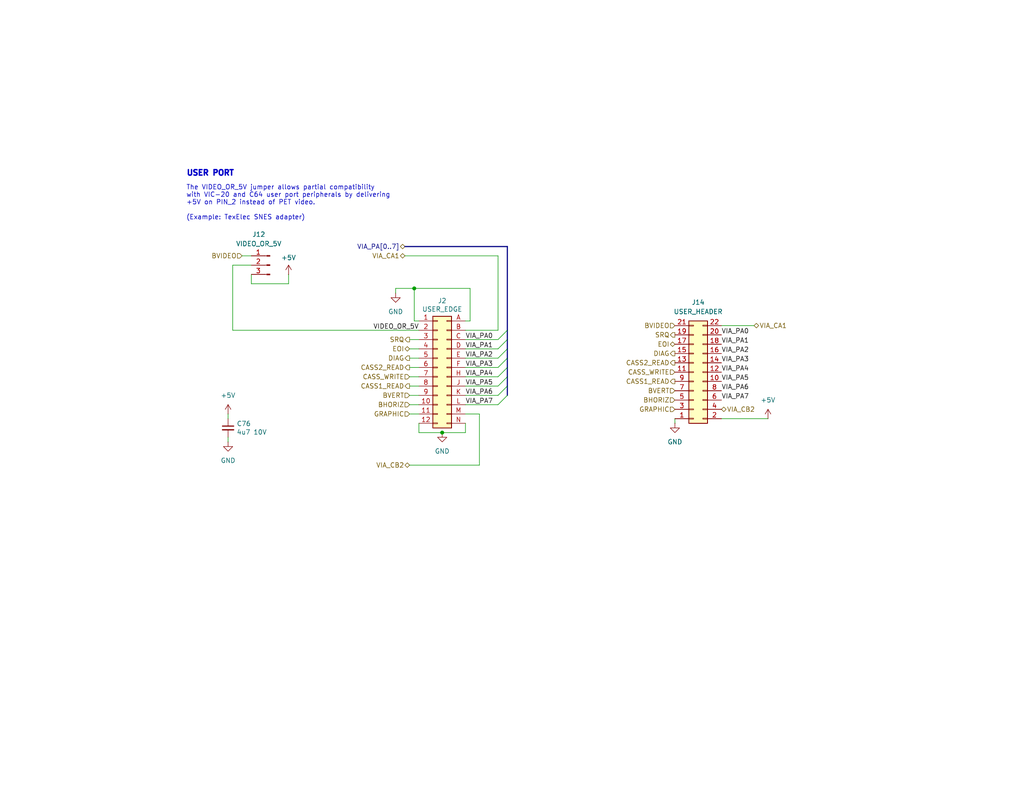
<source format=kicad_sch>
(kicad_sch (version 20231120) (generator "eeschema") (generator_version "8.0")
  (paper "A")
  (title_block (title "EconoPET 40/8096") (date "2023-10-01") (rev "A") (company "https://is.gd/6hpvh6") (comment 1 "Unspecified resistors are 1% / 62.5mW") (comment 2 "Unspecified capacitors are 25V") (comment 3 "Signals with B-prefix are level-shifted from 3V3 to 5V") (comment 4 "License: CC0 1.0 Universal (Public Domain Dedication)"))
  (lib_symbols
    (symbol "Connector:Conn_01x03_Pin" (pin_names (offset 1.016) hide)
      (property "Reference" "J" (at 0 5.08 0))
      (property "Value" "Conn_01x03_Pin" (at 0 -5.08 0))
      (symbol "Conn_01x03_Pin_1_1"
        (polyline (pts (xy 1.27 -2.54) (xy 0.8636 -2.54)) (stroke (width 0.1524)))
        (polyline (pts (xy 1.27 0) (xy 0.8636 0)) (stroke (width 0.1524)))
        (polyline (pts (xy 1.27 2.54) (xy 0.8636 2.54)) (stroke (width 0.1524)))
        (rectangle (start 0.8636 -2.413) (end 0 -2.667) (stroke (width 0.1524)) (fill (type outline)))
        (rectangle (start 0.8636 0.127) (end 0 -0.127) (stroke (width 0.1524)) (fill (type outline)))
        (rectangle (start 0.8636 2.667) (end 0 2.413) (stroke (width 0.1524)) (fill (type outline)))
        (pin passive line (at 5.08 2.54 180) (length 3.81) (name "Pin_1") (number "1"))
        (pin passive line (at 5.08 0 180) (length 3.81) (name "Pin_2") (number "2"))
        (pin passive line (at 5.08 -2.54 180) (length 3.81) (name "Pin_3") (number "3"))
      )
    )
    (symbol "Connector_Generic:Conn_02x11_Odd_Even" (pin_names (offset 1.016) hide)
      (property "Reference" "J" (at 1.27 15.24 0))
      (property "Value" "Conn_02x11_Odd_Even" (at 1.27 -15.24 0))
      (symbol "Conn_02x11_Odd_Even_1_1"
        (rectangle (start -1.27 -12.573) (end 0 -12.827) (stroke (width 0.1524)))
        (rectangle (start -1.27 -10.033) (end 0 -10.287) (stroke (width 0.1524)))
        (rectangle (start -1.27 -7.493) (end 0 -7.747) (stroke (width 0.1524)))
        (rectangle (start -1.27 -4.953) (end 0 -5.207) (stroke (width 0.1524)))
        (rectangle (start -1.27 -2.413) (end 0 -2.667) (stroke (width 0.1524)))
        (rectangle (start -1.27 0.127) (end 0 -0.127) (stroke (width 0.1524)))
        (rectangle (start -1.27 2.667) (end 0 2.413) (stroke (width 0.1524)))
        (rectangle (start -1.27 5.207) (end 0 4.953) (stroke (width 0.1524)))
        (rectangle (start -1.27 7.747) (end 0 7.493) (stroke (width 0.1524)))
        (rectangle (start -1.27 10.287) (end 0 10.033) (stroke (width 0.1524)))
        (rectangle (start -1.27 12.827) (end 0 12.573) (stroke (width 0.1524)))
        (rectangle (start -1.27 13.97) (end 3.81 -13.97) (stroke (width 0.254)) (fill (type background)))
        (rectangle (start 3.81 -12.573) (end 2.54 -12.827) (stroke (width 0.1524)))
        (rectangle (start 3.81 -10.033) (end 2.54 -10.287) (stroke (width 0.1524)))
        (rectangle (start 3.81 -7.493) (end 2.54 -7.747) (stroke (width 0.1524)))
        (rectangle (start 3.81 -4.953) (end 2.54 -5.207) (stroke (width 0.1524)))
        (rectangle (start 3.81 -2.413) (end 2.54 -2.667) (stroke (width 0.1524)))
        (rectangle (start 3.81 0.127) (end 2.54 -0.127) (stroke (width 0.1524)))
        (rectangle (start 3.81 2.667) (end 2.54 2.413) (stroke (width 0.1524)))
        (rectangle (start 3.81 5.207) (end 2.54 4.953) (stroke (width 0.1524)))
        (rectangle (start 3.81 7.747) (end 2.54 7.493) (stroke (width 0.1524)))
        (rectangle (start 3.81 10.287) (end 2.54 10.033) (stroke (width 0.1524)))
        (rectangle (start 3.81 12.827) (end 2.54 12.573) (stroke (width 0.1524)))
        (pin passive line (at -5.08 12.7 0) (length 3.81) (name "Pin_1") (number "1"))
        (pin passive line (at 7.62 2.54 180) (length 3.81) (name "Pin_10") (number "10"))
        (pin passive line (at -5.08 0 0) (length 3.81) (name "Pin_11") (number "11"))
        (pin passive line (at 7.62 0 180) (length 3.81) (name "Pin_12") (number "12"))
        (pin passive line (at -5.08 -2.54 0) (length 3.81) (name "Pin_13") (number "13"))
        (pin passive line (at 7.62 -2.54 180) (length 3.81) (name "Pin_14") (number "14"))
        (pin passive line (at -5.08 -5.08 0) (length 3.81) (name "Pin_15") (number "15"))
        (pin passive line (at 7.62 -5.08 180) (length 3.81) (name "Pin_16") (number "16"))
        (pin passive line (at -5.08 -7.62 0) (length 3.81) (name "Pin_17") (number "17"))
        (pin passive line (at 7.62 -7.62 180) (length 3.81) (name "Pin_18") (number "18"))
        (pin passive line (at -5.08 -10.16 0) (length 3.81) (name "Pin_19") (number "19"))
        (pin passive line (at 7.62 12.7 180) (length 3.81) (name "Pin_2") (number "2"))
        (pin passive line (at 7.62 -10.16 180) (length 3.81) (name "Pin_20") (number "20"))
        (pin passive line (at -5.08 -12.7 0) (length 3.81) (name "Pin_21") (number "21"))
        (pin passive line (at 7.62 -12.7 180) (length 3.81) (name "Pin_22") (number "22"))
        (pin passive line (at -5.08 10.16 0) (length 3.81) (name "Pin_3") (number "3"))
        (pin passive line (at 7.62 10.16 180) (length 3.81) (name "Pin_4") (number "4"))
        (pin passive line (at -5.08 7.62 0) (length 3.81) (name "Pin_5") (number "5"))
        (pin passive line (at 7.62 7.62 180) (length 3.81) (name "Pin_6") (number "6"))
        (pin passive line (at -5.08 5.08 0) (length 3.81) (name "Pin_7") (number "7"))
        (pin passive line (at 7.62 5.08 180) (length 3.81) (name "Pin_8") (number "8"))
        (pin passive line (at -5.08 2.54 0) (length 3.81) (name "Pin_9") (number "9"))
      )
    )
    (symbol "Device:C_Small" (pin_numbers hide) (pin_names (offset 0.254) hide)
      (property "Reference" "C" (at 0.254 1.778 0))
      (property "Value" "C_Small" (at 0.254 -2.032 0))
      (symbol "C_Small_0_1"
        (polyline (pts (xy -1.524 -0.508) (xy 1.524 -0.508)) (stroke (width 0.3302)))
        (polyline (pts (xy -1.524 0.508) (xy 1.524 0.508)) (stroke (width 0.3048)))
      )
      (symbol "C_Small_1_1"
        (pin passive line (at 0 2.54 270) (length 2.032) (name "~") (number "1"))
        (pin passive line (at 0 -2.54 90) (length 2.032) (name "~") (number "2"))
      )
    )
    (symbol "EconoPET:CBM_PET_USER_Conn_02x12_Card_Edge" (pin_names (offset 1.016) hide)
      (property "Reference" "J" (at 1.27 18.2118 0))
      (property "Value" "USER" (at 1.27 15.9004 0))
      (symbol "CBM_PET_USER_Conn_02x12_Card_Edge_1_1"
        (rectangle (start -1.27 -15.113) (end 0 -15.367) (stroke (width 0.1524)))
        (rectangle (start -1.27 -12.573) (end 0 -12.827) (stroke (width 0.1524)))
        (rectangle (start -1.27 -10.033) (end 0 -10.287) (stroke (width 0.1524)))
        (rectangle (start -1.27 -7.493) (end 0 -7.747) (stroke (width 0.1524)))
        (rectangle (start -1.27 -4.953) (end 0 -5.207) (stroke (width 0.1524)))
        (rectangle (start -1.27 -2.413) (end 0 -2.667) (stroke (width 0.1524)))
        (rectangle (start -1.27 0.127) (end 0 -0.127) (stroke (width 0.1524)))
        (rectangle (start -1.27 2.667) (end 0 2.413) (stroke (width 0.1524)))
        (rectangle (start -1.27 5.207) (end 0 4.953) (stroke (width 0.1524)))
        (rectangle (start -1.27 7.747) (end 0 7.493) (stroke (width 0.1524)))
        (rectangle (start -1.27 10.287) (end 0 10.033) (stroke (width 0.1524)))
        (rectangle (start -1.27 12.827) (end 0 12.573) (stroke (width 0.1524)))
        (rectangle (start -1.27 13.97) (end 3.81 -16.51) (stroke (width 0.254)) (fill (type background)))
        (rectangle (start 3.81 -15.113) (end 2.54 -15.367) (stroke (width 0.1524)))
        (rectangle (start 3.81 -12.573) (end 2.54 -12.827) (stroke (width 0.1524)))
        (rectangle (start 3.81 -10.033) (end 2.54 -10.287) (stroke (width 0.1524)))
        (rectangle (start 3.81 -7.493) (end 2.54 -7.747) (stroke (width 0.1524)))
        (rectangle (start 3.81 -4.953) (end 2.54 -5.207) (stroke (width 0.1524)))
        (rectangle (start 3.81 -2.413) (end 2.54 -2.667) (stroke (width 0.1524)))
        (rectangle (start 3.81 0.127) (end 2.54 -0.127) (stroke (width 0.1524)))
        (rectangle (start 3.81 2.667) (end 2.54 2.413) (stroke (width 0.1524)))
        (rectangle (start 3.81 5.207) (end 2.54 4.953) (stroke (width 0.1524)))
        (rectangle (start 3.81 7.747) (end 2.54 7.493) (stroke (width 0.1524)))
        (rectangle (start 3.81 10.287) (end 2.54 10.033) (stroke (width 0.1524)))
        (rectangle (start 3.81 12.827) (end 2.54 12.573) (stroke (width 0.1524)))
        (pin passive line (at -5.08 12.7 0) (length 3.81) (name "GND") (number "1"))
        (pin passive line (at -5.08 -10.16 0) (length 3.81) (name "HORIZ") (number "10"))
        (pin passive line (at -5.08 -12.7 0) (length 3.81) (name "GRAPHIC") (number "11"))
        (pin passive line (at -5.08 -15.24 0) (length 3.81) (name "GND") (number "12"))
        (pin passive line (at -5.08 10.16 0) (length 3.81) (name "~{VIDEO}") (number "2"))
        (pin passive line (at -5.08 7.62 0) (length 3.81) (name "SRQ") (number "3"))
        (pin passive line (at -5.08 5.08 0) (length 3.81) (name "EOI") (number "4"))
        (pin passive line (at -5.08 2.54 0) (length 3.81) (name "DIAG") (number "5"))
        (pin passive line (at -5.08 0 0) (length 3.81) (name "CASS2_READ") (number "6"))
        (pin passive line (at -5.08 -2.54 0) (length 3.81) (name "CASS_WRITE") (number "7"))
        (pin passive line (at -5.08 -5.08 0) (length 3.81) (name "CASS1_READ") (number "8"))
        (pin passive line (at -5.08 -7.62 0) (length 3.81) (name "VERT") (number "9"))
        (pin passive line (at 7.62 12.7 180) (length 3.81) (name "GND") (number "A"))
        (pin passive line (at 7.62 10.16 180) (length 3.81) (name "VIA_CA1") (number "B"))
        (pin passive line (at 7.62 7.62 180) (length 3.81) (name "VIA_PA0") (number "C"))
        (pin passive line (at 7.62 5.08 180) (length 3.81) (name "VIA_PA1") (number "D"))
        (pin passive line (at 7.62 2.54 180) (length 3.81) (name "VIA_PA2") (number "E"))
        (pin passive line (at 7.62 0 180) (length 3.81) (name "VIA_PA3") (number "F"))
        (pin passive line (at 7.62 -2.54 180) (length 3.81) (name "VIA_PA4") (number "H"))
        (pin passive line (at 7.62 -5.08 180) (length 3.81) (name "VIA_PA5") (number "J"))
        (pin passive line (at 7.62 -7.62 180) (length 3.81) (name "VIA_PA6") (number "K"))
        (pin passive line (at 7.62 -10.16 180) (length 3.81) (name "VIA_PA7") (number "L"))
        (pin passive line (at 7.62 -12.7 180) (length 3.81) (name "VIA_CB2") (number "M"))
        (pin passive line (at 7.62 -15.24 180) (length 3.81) (name "GND") (number "N"))
      )
    )
    (symbol "power:+5V" (power) (pin_numbers hide) (pin_names (offset 0) hide)
      (property "Value" "+5V" (at 0 3.556 0))
      (symbol "+5V_0_1"
        (polyline (pts (xy -0.762 1.27) (xy 0 2.54)))
        (polyline (pts (xy 0 0) (xy 0 2.54)))
        (polyline (pts (xy 0 2.54) (xy 0.762 1.27)))
      )
      (symbol "+5V_1_1"
        (pin power_in line (at 0 0 90) (length 0) (name "~") (number "1"))
      )
    )
    (symbol "power:GND" (power) (pin_numbers hide) (pin_names (offset 0) hide)
      (property "Value" "GND" (at 0 -3.81 0))
      (symbol "GND_0_1"
        (polyline (pts (xy 0 0) (xy 0 -1.27) (xy 1.27 -1.27) (xy 0 -2.54) (xy -1.27 -1.27) (xy 0 -1.27)))
      )
      (symbol "GND_1_1"
        (pin power_in line (at 0 0 270) (length 0) (name "~") (number "1"))
      )
    )
  )
  (junction (at 113.03 78.74))
  (junction (at 120.65 118.11))
  (bus_entry (at 138.43 97.79) (size -2.54 2.54))
  (bus_entry (at 138.43 107.95) (size -2.54 2.54))
  (bus_entry (at 138.43 95.25) (size -2.54 2.54))
  (bus_entry (at 138.43 105.41) (size -2.54 2.54))
  (bus_entry (at 138.43 90.17) (size -2.54 2.54))
  (bus_entry (at 138.43 102.87) (size -2.54 2.54))
  (bus_entry (at 138.43 92.71) (size -2.54 2.54))
  (bus_entry (at 138.43 100.33) (size -2.54 2.54))
  (bus (pts (xy 138.43 95.25) (xy 138.43 97.79)))
  (bus (pts (xy 138.43 102.87) (xy 138.43 105.41)))
  (wire (pts (xy 111.76 110.49) (xy 114.3 110.49)))
  (bus (pts (xy 138.43 90.17) (xy 138.43 92.71)))
  (bus (pts (xy 138.43 100.33) (xy 138.43 102.87)))
  (wire (pts (xy 62.23 119.38) (xy 62.23 120.65)))
  (wire (pts (xy 114.3 87.63) (xy 113.03 87.63)))
  (wire (pts (xy 184.15 114.3) (xy 184.15 115.57)))
  (wire (pts (xy 130.81 127) (xy 111.76 127)))
  (wire (pts (xy 120.65 118.11) (xy 127 118.11)))
  (wire (pts (xy 78.74 77.47) (xy 78.74 74.93)))
  (wire (pts (xy 135.89 92.71) (xy 127 92.71)))
  (wire (pts (xy 63.5 72.39) (xy 63.5 90.17)))
  (bus (pts (xy 138.43 92.71) (xy 138.43 95.25)))
  (wire (pts (xy 78.74 77.47) (xy 68.58 77.47)))
  (wire (pts (xy 111.76 105.41) (xy 114.3 105.41)))
  (wire (pts (xy 127 87.63) (xy 128.27 87.63)))
  (wire (pts (xy 114.3 118.11) (xy 114.3 115.57)))
  (wire (pts (xy 135.89 90.17) (xy 135.89 69.85)))
  (wire (pts (xy 113.03 78.74) (xy 128.27 78.74)))
  (wire (pts (xy 127 100.33) (xy 135.89 100.33)))
  (wire (pts (xy 111.76 102.87) (xy 114.3 102.87)))
  (bus (pts (xy 138.43 67.31) (xy 110.49 67.31)))
  (wire (pts (xy 127 95.25) (xy 135.89 95.25)))
  (wire (pts (xy 107.95 78.74) (xy 107.95 80.01)))
  (wire (pts (xy 66.04 69.85) (xy 68.58 69.85)))
  (wire (pts (xy 127 102.87) (xy 135.89 102.87)))
  (wire (pts (xy 111.76 97.79) (xy 114.3 97.79)))
  (wire (pts (xy 111.76 107.95) (xy 114.3 107.95)))
  (wire (pts (xy 196.85 114.3) (xy 209.55 114.3)))
  (wire (pts (xy 111.76 92.71) (xy 114.3 92.71)))
  (wire (pts (xy 68.58 72.39) (xy 63.5 72.39)))
  (bus (pts (xy 138.43 105.41) (xy 138.43 107.95)))
  (wire (pts (xy 68.58 77.47) (xy 68.58 74.93)))
  (wire (pts (xy 128.27 78.74) (xy 128.27 87.63)))
  (wire (pts (xy 127 90.17) (xy 135.89 90.17)))
  (bus (pts (xy 138.43 97.79) (xy 138.43 100.33)))
  (wire (pts (xy 111.76 100.33) (xy 114.3 100.33)))
  (wire (pts (xy 62.23 113.03) (xy 62.23 114.3)))
  (wire (pts (xy 127 115.57) (xy 127 118.11)))
  (wire (pts (xy 63.5 90.17) (xy 114.3 90.17)))
  (wire (pts (xy 114.3 118.11) (xy 120.65 118.11)))
  (wire (pts (xy 135.89 97.79) (xy 127 97.79)))
  (wire (pts (xy 127 110.49) (xy 135.89 110.49)))
  (wire (pts (xy 135.89 69.85) (xy 110.49 69.85)))
  (wire (pts (xy 127 105.41) (xy 135.89 105.41)))
  (wire (pts (xy 127 107.95) (xy 135.89 107.95)))
  (wire (pts (xy 107.95 78.74) (xy 113.03 78.74)))
  (wire (pts (xy 111.76 113.03) (xy 114.3 113.03)))
  (wire (pts (xy 130.81 113.03) (xy 130.81 127)))
  (wire (pts (xy 111.76 95.25) (xy 114.3 95.25)))
  (bus (pts (xy 138.43 67.31) (xy 138.43 90.17)))
  (wire (pts (xy 205.74 88.9) (xy 196.85 88.9)))
  (wire (pts (xy 127 113.03) (xy 130.81 113.03)))
  (wire (pts (xy 113.03 87.63) (xy 113.03 78.74)))
  (text "The VIDEO_OR_5V jumper allows partial compatibility\nwith VIC-20 and C64 user port peripherals by delivering\n+5V on PIN_2 instead of PET video.\n\n(Example: TexElec SNES adapter)" (at 50.8 60.198 0) (effects (font (size 1.27 1.27)) (justify left bottom)))
  (text "USER PORT" (at 50.8 48.26 0) (effects (font (size 1.5 1.5) (thickness 0.8) (bold yes)) (justify left bottom)))
  (label "VIA_PA0" (at 196.85 91.44 0))
  (label "VIA_PA7" (at 196.85 109.22 0))
  (label "VIA_PA1" (at 127 95.25 0))
  (label "VIA_PA5" (at 127 105.41 0))
  (label "VIA_PA3" (at 127 100.33 0))
  (label "VIA_PA2" (at 196.85 96.52 0))
  (label "VIA_PA1" (at 196.85 93.98 0))
  (label "VIA_PA6" (at 196.85 106.68 0))
  (label "VIA_PA4" (at 196.85 101.6 0))
  (label "VIA_PA4" (at 127 102.87 0))
  (label "VIA_PA5" (at 196.85 104.14 0))
  (label "VIDEO_OR_5V" (at 114.3 90.17 180))
  (label "VIA_PA6" (at 127 107.95 0))
  (label "VIA_PA7" (at 127 110.49 0))
  (label "VIA_PA2" (at 127 97.79 0))
  (label "VIA_PA0" (at 127 92.71 0))
  (label "VIA_PA3" (at 196.85 99.06 0))
  (hierarchical_label "DIAG" (shape output) (at 111.76 97.79 180))
  (hierarchical_label "BVERT" (shape input) (at 111.76 107.95 180))
  (hierarchical_label "CASS1_READ" (shape output) (at 111.76 105.41 180))
  (hierarchical_label "BVIDEO" (shape input) (at 184.15 88.9 180))
  (hierarchical_label "SRQ" (shape output) (at 111.76 92.71 180))
  (hierarchical_label "BHORIZ" (shape input) (at 111.76 110.49 180))
  (hierarchical_label "CASS1_READ" (shape output) (at 184.15 104.14 180))
  (hierarchical_label "VIA_PA[0..7]" (shape bidirectional) (at 110.49 67.31 180))
  (hierarchical_label "GRAPHIC" (shape input) (at 111.76 113.03 180))
  (hierarchical_label "CASS_WRITE" (shape input) (at 184.15 101.6 180))
  (hierarchical_label "BVERT" (shape input) (at 184.15 106.68 180))
  (hierarchical_label "EOI" (shape bidirectional) (at 184.15 93.98 180))
  (hierarchical_label "BVIDEO" (shape input) (at 66.04 69.85 180))
  (hierarchical_label "CASS2_READ" (shape output) (at 184.15 99.06 180))
  (hierarchical_label "VIA_CA1" (shape bidirectional) (at 110.49 69.85 180))
  (hierarchical_label "EOI" (shape bidirectional) (at 111.76 95.25 180))
  (hierarchical_label "SRQ" (shape output) (at 184.15 91.44 180))
  (hierarchical_label "VIA_CB2" (shape bidirectional) (at 196.85 111.76 0))
  (hierarchical_label "VIA_CB2" (shape bidirectional) (at 111.76 127 180))
  (hierarchical_label "DIAG" (shape output) (at 184.15 96.52 180))
  (hierarchical_label "VIA_CA1" (shape bidirectional) (at 205.74 88.9 0))
  (hierarchical_label "GRAPHIC" (shape input) (at 184.15 111.76 180))
  (hierarchical_label "BHORIZ" (shape input) (at 184.15 109.22 180))
  (hierarchical_label "CASS2_READ" (shape output) (at 111.76 100.33 180))
  (hierarchical_label "CASS_WRITE" (shape input) (at 111.76 102.87 180))
  (symbol (lib_id "EconoPET:CBM_PET_USER_Conn_02x12_Card_Edge") (at 119.38 100.33 0) (unit 1)
    (property "Reference" "J2" (at 120.65 82.1182 0))
    (property "Value" "USER_EDGE" (at 120.65 84.4296 0))
    (property "Footprint" "EconoPET:CBM_PET_USER_EDGE_CON_24P" (effects (hide yes)))
  )
  (symbol (lib_id "power:+5V") (at 62.23 113.03 0) (mirror y) (unit 1)
    (property "Reference" "#PWR0121" (effects (hide yes)))
    (property "Value" "+5V" (at 62.23 107.95 0))
    (property "Description" "Power symbol creates a global label with name \"+5V\"" (effects (hide yes)))
  )
  (symbol (lib_id "Connector_Generic:Conn_02x11_Odd_Even") (at 189.23 101.6 0) (mirror x) (unit 1)
    (property "Reference" "J14" (at 190.5 82.55 0))
    (property "Value" "USER_HEADER" (at 190.5 85.09 0))
    (property "Footprint" "Connector_PinHeader_2.54mm:PinHeader_2x11_P2.54mm_Vertical" (effects (hide yes)))
    (property "MOUSER" "649-1012938195002BLF" (effects (hide yes)))
  )
  (symbol (lib_id "power:GND") (at 120.65 118.11 0) (unit 1)
    (property "Reference" "#PWR0118" (effects (hide yes)))
    (property "Value" "GND" (at 120.65 123.19 0))
    (property "Description" "Power symbol creates a global label with name \"GND\" , ground" (effects (hide yes)))
  )
  (symbol (lib_id "power:+5V") (at 209.55 114.3 0) (mirror y) (unit 1)
    (property "Reference" "#PWR0186" (effects (hide yes)))
    (property "Value" "+5V" (at 209.55 109.22 0))
    (property "Description" "Power symbol creates a global label with name \"+5V\"" (effects (hide yes)))
  )
  (symbol (lib_id "power:GND") (at 62.23 120.65 0) (unit 1)
    (property "Reference" "#PWR0187" (effects (hide yes)))
    (property "Value" "GND" (at 62.23 125.73 0))
    (property "Description" "Power symbol creates a global label with name \"GND\" , ground" (effects (hide yes)))
  )
  (symbol (lib_id "Device:C_Small") (at 62.23 116.84 0) (unit 1)
    (property "Reference" "C76" (at 64.5668 115.6716 0) (effects (justify left)))
    (property "Value" "4u7 10V" (at 64.5668 117.983 0) (effects (justify left)))
    (property "Footprint" "Capacitor_SMD:C_0402_1005Metric" (effects (hide yes)))
    (property "Datasheet" "https://product.samsungsem.com/mlcc/CL05A475MP5NRN.do" (effects (hide yes)))
    (property "LCSC" "C23733" (effects (hide yes)))
  )
  (symbol (lib_id "power:GND") (at 107.95 80.01 0) (unit 1)
    (property "Reference" "#PWR0119" (effects (hide yes)))
    (property "Value" "GND" (at 107.95 85.09 0))
    (property "Description" "Power symbol creates a global label with name \"GND\" , ground" (effects (hide yes)))
  )
  (symbol (lib_id "Connector:Conn_01x03_Pin") (at 73.66 72.39 0) (mirror y) (unit 1)
    (property "Reference" "J12" (at 70.612 64.008 0))
    (property "Value" "VIDEO_OR_5V" (at 70.612 66.548 0))
    (property "Footprint" "EconoPET:PinHeader_1x03_P2.54mm_Vertical_or_SolderJumper" (effects (hide yes)))
    (property "Description" "Generic connector, single row, 01x03, script generated" (effects (hide yes)))
  )
  (symbol (lib_id "power:GND") (at 184.15 115.57 0) (unit 1)
    (property "Reference" "#PWR0120" (effects (hide yes)))
    (property "Value" "GND" (at 184.15 120.65 0))
    (property "Description" "Power symbol creates a global label with name \"GND\" , ground" (effects (hide yes)))
  )
  (symbol (lib_id "power:+5V") (at 78.74 74.93 0) (mirror y) (unit 1)
    (property "Reference" "#PWR0117" (effects (hide yes)))
    (property "Value" "+5V" (at 78.74 70.358 0))
    (property "Description" "Power symbol creates a global label with name \"+5V\"" (effects (hide yes)))
  )
)
</source>
